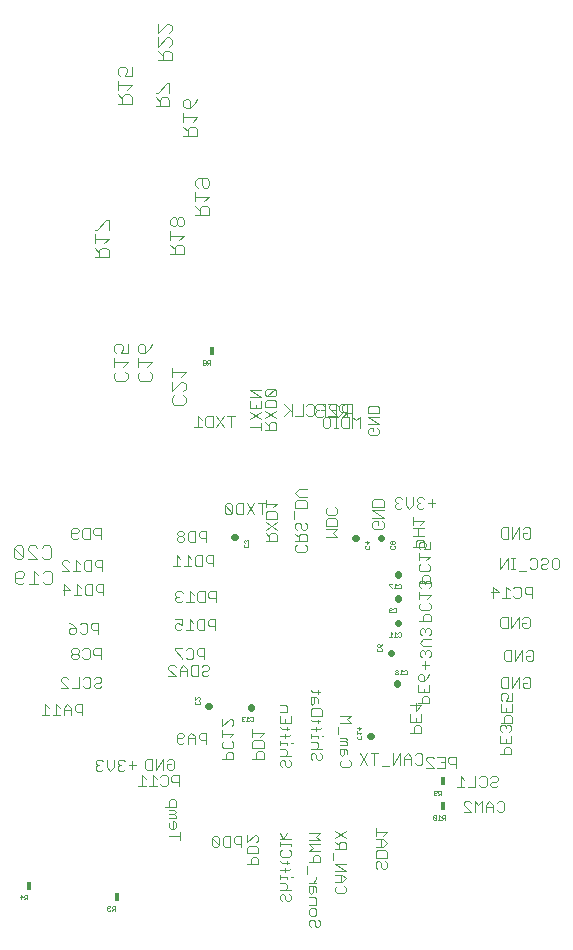
<source format=gbo>
G75*
%MOIN*%
%OFA0B0*%
%FSLAX25Y25*%
%IPPOS*%
%LPD*%
%AMOC8*
5,1,8,0,0,1.08239X$1,22.5*
%
%ADD10C,0.00300*%
%ADD11C,0.02200*%
%ADD12C,0.00100*%
%ADD13R,0.01800X0.03000*%
%ADD14C,0.00400*%
D10*
X0118523Y0131099D02*
X0120992Y0131099D01*
X0122206Y0131099D02*
X0124675Y0131099D01*
X0125890Y0131099D02*
X0125890Y0133568D01*
X0127124Y0134803D01*
X0128358Y0133568D01*
X0128358Y0131099D01*
X0128358Y0132951D02*
X0125890Y0132951D01*
X0124675Y0133568D02*
X0123441Y0134803D01*
X0123441Y0131099D01*
X0120992Y0133568D02*
X0119758Y0134803D01*
X0119758Y0131099D01*
X0129573Y0132951D02*
X0130190Y0132334D01*
X0132041Y0132334D01*
X0132041Y0131099D02*
X0132041Y0134803D01*
X0130190Y0134803D01*
X0129573Y0134185D01*
X0129573Y0132951D01*
X0128606Y0140161D02*
X0131075Y0140161D01*
X0131075Y0143865D01*
X0132289Y0143247D02*
X0132907Y0143865D01*
X0134141Y0143865D01*
X0134758Y0143247D01*
X0134758Y0140779D01*
X0134141Y0140161D01*
X0132907Y0140161D01*
X0132289Y0140779D01*
X0135973Y0140779D02*
X0136590Y0140161D01*
X0137824Y0140161D01*
X0138441Y0140779D01*
X0137824Y0142013D02*
X0136590Y0142013D01*
X0135973Y0141396D01*
X0135973Y0140779D01*
X0137824Y0142013D02*
X0138441Y0142630D01*
X0138441Y0143247D01*
X0137824Y0143865D01*
X0136590Y0143865D01*
X0135973Y0143247D01*
X0133882Y0149870D02*
X0132648Y0149870D01*
X0132030Y0150487D01*
X0130816Y0150487D02*
X0130199Y0149870D01*
X0128965Y0149870D01*
X0128347Y0150487D01*
X0128347Y0151105D01*
X0128965Y0151722D01*
X0130199Y0151722D01*
X0130816Y0152339D01*
X0130816Y0152956D01*
X0130199Y0153573D01*
X0128965Y0153573D01*
X0128347Y0152956D01*
X0128347Y0152339D01*
X0128965Y0151722D01*
X0130199Y0151722D02*
X0130816Y0151105D01*
X0130816Y0150487D01*
X0132030Y0152956D02*
X0132648Y0153573D01*
X0133882Y0153573D01*
X0134499Y0152956D01*
X0134499Y0150487D01*
X0133882Y0149870D01*
X0135714Y0151722D02*
X0136331Y0151105D01*
X0138182Y0151105D01*
X0138182Y0149870D02*
X0138182Y0153573D01*
X0136331Y0153573D01*
X0135714Y0152956D01*
X0135714Y0151722D01*
X0137341Y0158349D02*
X0137341Y0162052D01*
X0135489Y0162052D01*
X0134872Y0161435D01*
X0134872Y0160201D01*
X0135489Y0159583D01*
X0137341Y0159583D01*
X0133658Y0158966D02*
X0133041Y0158349D01*
X0131806Y0158349D01*
X0131189Y0158966D01*
X0129975Y0158966D02*
X0129358Y0158349D01*
X0128123Y0158349D01*
X0127506Y0158966D01*
X0127506Y0159583D01*
X0128123Y0160201D01*
X0129975Y0160201D01*
X0129975Y0158966D01*
X0129975Y0160201D02*
X0128740Y0161435D01*
X0127506Y0162052D01*
X0131189Y0161435D02*
X0131806Y0162052D01*
X0133041Y0162052D01*
X0133658Y0161435D01*
X0133658Y0158966D01*
X0133489Y0171100D02*
X0132872Y0171717D01*
X0132872Y0174186D01*
X0133489Y0174803D01*
X0135341Y0174803D01*
X0135341Y0171100D01*
X0133489Y0171100D01*
X0131658Y0171100D02*
X0129189Y0171100D01*
X0130423Y0171100D02*
X0130423Y0174803D01*
X0131658Y0173569D01*
X0127974Y0172951D02*
X0125506Y0172951D01*
X0126123Y0171100D02*
X0126123Y0174803D01*
X0127974Y0172951D01*
X0127672Y0179260D02*
X0125204Y0179260D01*
X0125204Y0181728D02*
X0125204Y0182345D01*
X0125821Y0182963D01*
X0127055Y0182963D01*
X0127672Y0182345D01*
X0130121Y0182963D02*
X0130121Y0179260D01*
X0128887Y0179260D02*
X0131356Y0179260D01*
X0132570Y0179877D02*
X0132570Y0182345D01*
X0133187Y0182963D01*
X0135039Y0182963D01*
X0135039Y0179260D01*
X0133187Y0179260D01*
X0132570Y0179877D01*
X0131356Y0181728D02*
X0130121Y0182963D01*
X0127672Y0179260D02*
X0125204Y0181728D01*
X0128965Y0189935D02*
X0128347Y0190552D01*
X0128347Y0193021D01*
X0128965Y0193638D01*
X0130199Y0193638D01*
X0130816Y0193021D01*
X0130816Y0192404D01*
X0130199Y0191786D01*
X0128347Y0191786D01*
X0128965Y0189935D02*
X0130199Y0189935D01*
X0130816Y0190552D01*
X0132030Y0190552D02*
X0132030Y0193021D01*
X0132648Y0193638D01*
X0134499Y0193638D01*
X0134499Y0189935D01*
X0132648Y0189935D01*
X0132030Y0190552D01*
X0135714Y0191786D02*
X0135714Y0193021D01*
X0136331Y0193638D01*
X0138182Y0193638D01*
X0138182Y0189935D01*
X0138182Y0191169D02*
X0136331Y0191169D01*
X0135714Y0191786D01*
X0136870Y0182963D02*
X0136253Y0182345D01*
X0136253Y0181111D01*
X0136870Y0180494D01*
X0138722Y0180494D01*
X0138722Y0179260D02*
X0138722Y0182963D01*
X0136870Y0182963D01*
X0137172Y0174803D02*
X0136555Y0174186D01*
X0136555Y0172951D01*
X0137172Y0172334D01*
X0139024Y0172334D01*
X0139024Y0171100D02*
X0139024Y0174803D01*
X0137172Y0174803D01*
X0162256Y0180735D02*
X0164725Y0180735D01*
X0165939Y0180735D02*
X0168408Y0180735D01*
X0167173Y0180735D02*
X0167173Y0184439D01*
X0168408Y0183204D01*
X0169622Y0183821D02*
X0170239Y0184439D01*
X0172091Y0184439D01*
X0172091Y0180735D01*
X0170239Y0180735D01*
X0169622Y0181353D01*
X0169622Y0183821D01*
X0173305Y0183821D02*
X0173305Y0182587D01*
X0173922Y0181970D01*
X0175774Y0181970D01*
X0175774Y0180735D02*
X0175774Y0184439D01*
X0173922Y0184439D01*
X0173305Y0183821D01*
X0173444Y0188969D02*
X0173444Y0192672D01*
X0171592Y0192672D01*
X0170975Y0192055D01*
X0170975Y0190821D01*
X0171592Y0190204D01*
X0173444Y0190204D01*
X0169761Y0188969D02*
X0169761Y0192672D01*
X0167909Y0192672D01*
X0167292Y0192055D01*
X0167292Y0189586D01*
X0167909Y0188969D01*
X0169761Y0188969D01*
X0166077Y0189586D02*
X0166077Y0190204D01*
X0165460Y0190821D01*
X0164226Y0190821D01*
X0163609Y0190204D01*
X0163609Y0189586D01*
X0164226Y0188969D01*
X0165460Y0188969D01*
X0166077Y0189586D01*
X0165460Y0190821D02*
X0166077Y0191438D01*
X0166077Y0192055D01*
X0165460Y0192672D01*
X0164226Y0192672D01*
X0163609Y0192055D01*
X0163609Y0191438D01*
X0164226Y0190821D01*
X0163490Y0184439D02*
X0163490Y0180735D01*
X0164725Y0183204D02*
X0163490Y0184439D01*
X0163650Y0172554D02*
X0163033Y0171937D01*
X0163033Y0171320D01*
X0163650Y0170702D01*
X0163033Y0170085D01*
X0163033Y0169468D01*
X0163650Y0168851D01*
X0164884Y0168851D01*
X0165501Y0169468D01*
X0166716Y0168851D02*
X0169185Y0168851D01*
X0167950Y0168851D02*
X0167950Y0172554D01*
X0169185Y0171320D01*
X0170399Y0171937D02*
X0171016Y0172554D01*
X0172868Y0172554D01*
X0172868Y0168851D01*
X0171016Y0168851D01*
X0170399Y0169468D01*
X0170399Y0171937D01*
X0174082Y0171937D02*
X0174082Y0170702D01*
X0174699Y0170085D01*
X0176551Y0170085D01*
X0176551Y0168851D02*
X0176551Y0172554D01*
X0174699Y0172554D01*
X0174082Y0171937D01*
X0165501Y0171937D02*
X0164884Y0172554D01*
X0163650Y0172554D01*
X0163650Y0170702D02*
X0164267Y0170702D01*
X0165346Y0163233D02*
X0162877Y0163233D01*
X0163494Y0161998D02*
X0162877Y0161381D01*
X0162877Y0160147D01*
X0163494Y0159530D01*
X0164729Y0159530D01*
X0165346Y0160147D01*
X0165346Y0161381D02*
X0164112Y0161998D01*
X0163494Y0161998D01*
X0165346Y0161381D02*
X0165346Y0163233D01*
X0167795Y0163233D02*
X0167795Y0159530D01*
X0169029Y0159530D02*
X0166560Y0159530D01*
X0169029Y0161998D02*
X0167795Y0163233D01*
X0170243Y0162615D02*
X0170861Y0163233D01*
X0172712Y0163233D01*
X0172712Y0159530D01*
X0170861Y0159530D01*
X0170243Y0160147D01*
X0170243Y0162615D01*
X0173927Y0162615D02*
X0173927Y0161381D01*
X0174544Y0160764D01*
X0176395Y0160764D01*
X0176395Y0159530D02*
X0176395Y0163233D01*
X0174544Y0163233D01*
X0173927Y0162615D01*
X0172745Y0153445D02*
X0170893Y0153445D01*
X0170276Y0152828D01*
X0170276Y0151594D01*
X0170893Y0150976D01*
X0172745Y0150976D01*
X0172745Y0149742D02*
X0172745Y0153445D01*
X0169061Y0152828D02*
X0169061Y0150359D01*
X0168444Y0149742D01*
X0167210Y0149742D01*
X0166593Y0150359D01*
X0165378Y0150359D02*
X0165378Y0149742D01*
X0165378Y0150359D02*
X0162910Y0152828D01*
X0162910Y0153445D01*
X0165378Y0153445D01*
X0166593Y0152828D02*
X0167210Y0153445D01*
X0168444Y0153445D01*
X0169061Y0152828D01*
X0168763Y0147852D02*
X0170615Y0147852D01*
X0170615Y0144149D01*
X0168763Y0144149D01*
X0168146Y0144766D01*
X0168146Y0147235D01*
X0168763Y0147852D01*
X0166932Y0146618D02*
X0166932Y0144149D01*
X0166932Y0146001D02*
X0164463Y0146001D01*
X0164463Y0146618D02*
X0164463Y0144149D01*
X0163249Y0144149D02*
X0160780Y0146618D01*
X0160780Y0147235D01*
X0161397Y0147852D01*
X0162631Y0147852D01*
X0163249Y0147235D01*
X0164463Y0146618D02*
X0165697Y0147852D01*
X0166932Y0146618D01*
X0163249Y0144149D02*
X0160780Y0144149D01*
X0171829Y0144766D02*
X0172447Y0144149D01*
X0173681Y0144149D01*
X0174298Y0144766D01*
X0173681Y0146001D02*
X0172447Y0146001D01*
X0171829Y0145384D01*
X0171829Y0144766D01*
X0173681Y0146001D02*
X0174298Y0146618D01*
X0174298Y0147235D01*
X0173681Y0147852D01*
X0172447Y0147852D01*
X0171829Y0147235D01*
X0178743Y0129926D02*
X0178743Y0127457D01*
X0181212Y0129926D01*
X0181829Y0129926D01*
X0182446Y0129308D01*
X0182446Y0128074D01*
X0181829Y0127457D01*
X0182446Y0125008D02*
X0178743Y0125008D01*
X0178743Y0123774D02*
X0178743Y0126242D01*
X0181212Y0123774D02*
X0182446Y0125008D01*
X0181829Y0122559D02*
X0182446Y0121942D01*
X0182446Y0120708D01*
X0181829Y0120091D01*
X0179360Y0120091D01*
X0178743Y0120708D01*
X0178743Y0121942D01*
X0179360Y0122559D01*
X0180594Y0118876D02*
X0179977Y0118259D01*
X0179977Y0116407D01*
X0178743Y0116407D02*
X0182446Y0116407D01*
X0182446Y0118259D01*
X0181829Y0118876D01*
X0180594Y0118876D01*
X0173366Y0121623D02*
X0173366Y0125326D01*
X0171514Y0125326D01*
X0170897Y0124709D01*
X0170897Y0123474D01*
X0171514Y0122857D01*
X0173366Y0122857D01*
X0169683Y0123474D02*
X0167214Y0123474D01*
X0167214Y0124092D02*
X0167214Y0121623D01*
X0166000Y0122240D02*
X0165383Y0121623D01*
X0164148Y0121623D01*
X0163531Y0122240D01*
X0163531Y0124709D01*
X0164148Y0125326D01*
X0165383Y0125326D01*
X0166000Y0124709D01*
X0166000Y0124092D01*
X0165383Y0123474D01*
X0163531Y0123474D01*
X0167214Y0124092D02*
X0168448Y0125326D01*
X0169683Y0124092D01*
X0169683Y0121623D01*
X0162724Y0116009D02*
X0162724Y0113540D01*
X0162107Y0112923D01*
X0160873Y0112923D01*
X0160255Y0113540D01*
X0160255Y0114775D01*
X0161490Y0114775D01*
X0162724Y0116009D02*
X0162107Y0116626D01*
X0160873Y0116626D01*
X0160255Y0116009D01*
X0159041Y0116626D02*
X0156572Y0112923D01*
X0156572Y0116626D01*
X0155358Y0116626D02*
X0153506Y0116626D01*
X0152889Y0116009D01*
X0152889Y0113540D01*
X0153506Y0112923D01*
X0155358Y0112923D01*
X0155358Y0116626D01*
X0159041Y0116626D02*
X0159041Y0112923D01*
X0158668Y0111243D02*
X0159902Y0111243D01*
X0160520Y0110626D01*
X0160520Y0108157D01*
X0159902Y0107540D01*
X0158668Y0107540D01*
X0158051Y0108157D01*
X0156837Y0107540D02*
X0154368Y0107540D01*
X0153153Y0107540D02*
X0150685Y0107540D01*
X0151919Y0107540D02*
X0151919Y0111243D01*
X0153153Y0110009D01*
X0155602Y0111243D02*
X0155602Y0107540D01*
X0156837Y0110009D02*
X0155602Y0111243D01*
X0158051Y0110626D02*
X0158668Y0111243D01*
X0161734Y0110626D02*
X0161734Y0109392D01*
X0162351Y0108774D01*
X0164203Y0108774D01*
X0164203Y0107540D02*
X0164203Y0111243D01*
X0162351Y0111243D01*
X0161734Y0110626D01*
X0161560Y0103130D02*
X0160943Y0102512D01*
X0160943Y0100661D01*
X0160943Y0099446D02*
X0162794Y0099446D01*
X0163412Y0098829D01*
X0162794Y0098212D01*
X0160943Y0098212D01*
X0160943Y0096978D02*
X0163412Y0096978D01*
X0163412Y0097595D01*
X0162794Y0098212D01*
X0162794Y0095763D02*
X0162177Y0095763D01*
X0162177Y0093294D01*
X0161560Y0093294D02*
X0162794Y0093294D01*
X0163412Y0093912D01*
X0163412Y0095146D01*
X0162794Y0095763D01*
X0160943Y0095146D02*
X0160943Y0093912D01*
X0161560Y0093294D01*
X0160943Y0090846D02*
X0164646Y0090846D01*
X0164646Y0092080D02*
X0164646Y0089611D01*
X0175191Y0090251D02*
X0177660Y0087782D01*
X0177043Y0087165D01*
X0175808Y0087165D01*
X0175191Y0087782D01*
X0175191Y0090251D01*
X0175808Y0090868D01*
X0177043Y0090868D01*
X0177660Y0090251D01*
X0177660Y0087782D01*
X0178874Y0087782D02*
X0178874Y0090251D01*
X0179491Y0090868D01*
X0181343Y0090868D01*
X0181343Y0087165D01*
X0179491Y0087165D01*
X0178874Y0087782D01*
X0182557Y0089016D02*
X0183174Y0088399D01*
X0185026Y0088399D01*
X0185026Y0087165D02*
X0185026Y0090868D01*
X0183174Y0090868D01*
X0182557Y0090251D01*
X0182557Y0089016D01*
X0187041Y0088776D02*
X0189510Y0091245D01*
X0190127Y0091245D01*
X0190744Y0090628D01*
X0190744Y0089393D01*
X0190127Y0088776D01*
X0190127Y0087562D02*
X0190744Y0086944D01*
X0190744Y0085093D01*
X0187041Y0085093D01*
X0187041Y0086944D01*
X0187658Y0087562D01*
X0190127Y0087562D01*
X0187041Y0088776D02*
X0187041Y0091245D01*
X0188893Y0083879D02*
X0188275Y0083261D01*
X0188275Y0081410D01*
X0187041Y0081410D02*
X0190744Y0081410D01*
X0190744Y0083261D01*
X0190127Y0083879D01*
X0188893Y0083879D01*
X0197850Y0084516D02*
X0197850Y0085750D01*
X0198468Y0086367D01*
X0197850Y0087582D02*
X0197850Y0088816D01*
X0197850Y0088199D02*
X0201554Y0088199D01*
X0201554Y0087582D01*
X0200936Y0086367D02*
X0201554Y0085750D01*
X0201554Y0084516D01*
X0200936Y0083899D01*
X0198468Y0083899D01*
X0197850Y0084516D01*
X0197850Y0082677D02*
X0198468Y0082060D01*
X0200936Y0082060D01*
X0200319Y0081443D02*
X0200319Y0082677D01*
X0199702Y0080222D02*
X0199702Y0078988D01*
X0200936Y0079605D02*
X0201554Y0080222D01*
X0200936Y0079605D02*
X0197850Y0079605D01*
X0197850Y0077767D02*
X0197850Y0076532D01*
X0197850Y0077149D02*
X0200319Y0077149D01*
X0200319Y0076532D01*
X0199702Y0075318D02*
X0197850Y0075318D01*
X0199702Y0075318D02*
X0200319Y0074701D01*
X0200319Y0073466D01*
X0199702Y0072849D01*
X0199085Y0071635D02*
X0198468Y0071635D01*
X0197850Y0071018D01*
X0197850Y0069783D01*
X0198468Y0069166D01*
X0199702Y0069783D02*
X0199702Y0071018D01*
X0199085Y0071635D01*
X0197850Y0072849D02*
X0201554Y0072849D01*
X0200936Y0071635D02*
X0201554Y0071018D01*
X0201554Y0069783D01*
X0200936Y0069166D01*
X0200319Y0069166D01*
X0199702Y0069783D01*
X0201554Y0077149D02*
X0202171Y0077149D01*
X0207012Y0078393D02*
X0207012Y0080862D01*
X0207630Y0082076D02*
X0211333Y0082076D01*
X0211333Y0083928D01*
X0210716Y0084545D01*
X0209481Y0084545D01*
X0208864Y0083928D01*
X0208864Y0082076D01*
X0207630Y0085759D02*
X0208864Y0086994D01*
X0207630Y0088228D01*
X0211333Y0088228D01*
X0211333Y0089442D02*
X0210098Y0090677D01*
X0211333Y0091911D01*
X0207630Y0091911D01*
X0207630Y0089442D02*
X0211333Y0089442D01*
X0211333Y0085759D02*
X0207630Y0085759D01*
X0201554Y0090037D02*
X0197850Y0090037D01*
X0199085Y0090037D02*
X0197850Y0091889D01*
X0199085Y0090037D02*
X0200319Y0091889D01*
X0210098Y0077175D02*
X0210098Y0076558D01*
X0208864Y0075324D01*
X0208864Y0074109D02*
X0208864Y0072258D01*
X0208247Y0071641D01*
X0207630Y0072258D01*
X0207630Y0074109D01*
X0209481Y0074109D01*
X0210098Y0073492D01*
X0210098Y0072258D01*
X0209481Y0070426D02*
X0207630Y0070426D01*
X0209481Y0070426D02*
X0210098Y0069809D01*
X0210098Y0067957D01*
X0207630Y0067957D01*
X0208247Y0066743D02*
X0209481Y0066743D01*
X0210098Y0066126D01*
X0210098Y0064891D01*
X0209481Y0064274D01*
X0208247Y0064274D01*
X0207630Y0064891D01*
X0207630Y0066126D01*
X0208247Y0066743D01*
X0208247Y0063060D02*
X0207630Y0062443D01*
X0207630Y0061208D01*
X0208247Y0060591D01*
X0209481Y0061208D02*
X0209481Y0062443D01*
X0208864Y0063060D01*
X0208247Y0063060D01*
X0209481Y0061208D02*
X0210098Y0060591D01*
X0210716Y0060591D01*
X0211333Y0061208D01*
X0211333Y0062443D01*
X0210716Y0063060D01*
X0216931Y0071836D02*
X0216314Y0072453D01*
X0216314Y0073687D01*
X0216931Y0074304D01*
X0216314Y0075519D02*
X0218782Y0075519D01*
X0220017Y0076753D01*
X0218782Y0077988D01*
X0216314Y0077988D01*
X0216314Y0079202D02*
X0220017Y0079202D01*
X0216314Y0081671D01*
X0220017Y0081671D01*
X0218165Y0077988D02*
X0218165Y0075519D01*
X0219400Y0074304D02*
X0220017Y0073687D01*
X0220017Y0072453D01*
X0219400Y0071836D01*
X0216931Y0071836D01*
X0210098Y0075324D02*
X0207630Y0075324D01*
X0215696Y0082885D02*
X0215696Y0085354D01*
X0216314Y0086568D02*
X0220017Y0086568D01*
X0220017Y0088420D01*
X0219400Y0089037D01*
X0218165Y0089037D01*
X0217548Y0088420D01*
X0217548Y0086568D01*
X0217548Y0087803D02*
X0216314Y0089037D01*
X0216314Y0090251D02*
X0220017Y0092720D01*
X0220017Y0090251D02*
X0216314Y0092720D01*
X0229798Y0092241D02*
X0233501Y0092241D01*
X0232267Y0091007D01*
X0232267Y0089792D02*
X0229798Y0089792D01*
X0229798Y0091007D02*
X0229798Y0093475D01*
X0231650Y0089792D02*
X0231650Y0087323D01*
X0232267Y0087323D02*
X0233501Y0088558D01*
X0232267Y0089792D01*
X0232267Y0087323D02*
X0229798Y0087323D01*
X0230415Y0086109D02*
X0232884Y0086109D01*
X0233501Y0085492D01*
X0233501Y0083640D01*
X0229798Y0083640D01*
X0229798Y0085492D01*
X0230415Y0086109D01*
X0230415Y0082426D02*
X0229798Y0081809D01*
X0229798Y0080574D01*
X0230415Y0079957D01*
X0231650Y0080574D02*
X0231650Y0081809D01*
X0231032Y0082426D01*
X0230415Y0082426D01*
X0231650Y0080574D02*
X0232267Y0079957D01*
X0232884Y0079957D01*
X0233501Y0080574D01*
X0233501Y0081809D01*
X0232884Y0082426D01*
X0256967Y0107152D02*
X0259436Y0107152D01*
X0260650Y0107152D02*
X0263119Y0107152D01*
X0263119Y0110855D01*
X0264333Y0110238D02*
X0264950Y0110855D01*
X0266185Y0110855D01*
X0266802Y0110238D01*
X0266802Y0107769D01*
X0266185Y0107152D01*
X0264950Y0107152D01*
X0264333Y0107769D01*
X0268016Y0107769D02*
X0268016Y0108386D01*
X0268633Y0109003D01*
X0269868Y0109003D01*
X0270485Y0109620D01*
X0270485Y0110238D01*
X0269868Y0110855D01*
X0268633Y0110855D01*
X0268016Y0110238D01*
X0268016Y0107769D02*
X0268633Y0107152D01*
X0269868Y0107152D01*
X0270485Y0107769D01*
X0270834Y0102505D02*
X0270217Y0101888D01*
X0270834Y0102505D02*
X0272069Y0102505D01*
X0272686Y0101888D01*
X0272686Y0099419D01*
X0272069Y0098802D01*
X0270834Y0098802D01*
X0270217Y0099419D01*
X0269003Y0098802D02*
X0269003Y0101271D01*
X0267768Y0102505D01*
X0266534Y0101271D01*
X0266534Y0098802D01*
X0265319Y0098802D02*
X0265319Y0102505D01*
X0264085Y0101271D01*
X0262851Y0102505D01*
X0262851Y0098802D01*
X0261636Y0098802D02*
X0259167Y0101271D01*
X0259167Y0101888D01*
X0259785Y0102505D01*
X0261019Y0102505D01*
X0261636Y0101888D01*
X0261636Y0098802D02*
X0259167Y0098802D01*
X0266534Y0100654D02*
X0269003Y0100654D01*
X0259436Y0109620D02*
X0258201Y0110855D01*
X0258201Y0107152D01*
X0256583Y0113675D02*
X0256583Y0117378D01*
X0254732Y0117378D01*
X0254115Y0116761D01*
X0254115Y0115527D01*
X0254732Y0114909D01*
X0256583Y0114909D01*
X0252900Y0115527D02*
X0251666Y0115527D01*
X0252900Y0117378D02*
X0252900Y0113675D01*
X0250432Y0113675D01*
X0249217Y0113675D02*
X0246748Y0116144D01*
X0246748Y0116761D01*
X0247366Y0117378D01*
X0248600Y0117378D01*
X0249217Y0116761D01*
X0250432Y0117378D02*
X0252900Y0117378D01*
X0249217Y0113675D02*
X0246748Y0113675D01*
X0245418Y0115317D02*
X0244801Y0114700D01*
X0243567Y0114700D01*
X0242950Y0115317D01*
X0241735Y0114700D02*
X0241735Y0117169D01*
X0240501Y0118403D01*
X0239266Y0117169D01*
X0239266Y0114700D01*
X0238052Y0114700D02*
X0238052Y0118403D01*
X0235583Y0114700D01*
X0235583Y0118403D01*
X0239266Y0116551D02*
X0241735Y0116551D01*
X0242950Y0117786D02*
X0243567Y0118403D01*
X0244801Y0118403D01*
X0245418Y0117786D01*
X0245418Y0115317D01*
X0245028Y0125313D02*
X0241325Y0125313D01*
X0242559Y0125313D02*
X0242559Y0127165D01*
X0243176Y0127782D01*
X0244411Y0127782D01*
X0245028Y0127165D01*
X0245028Y0125313D01*
X0245028Y0128996D02*
X0241325Y0128996D01*
X0241325Y0131465D01*
X0243176Y0132679D02*
X0243176Y0135148D01*
X0243947Y0135088D02*
X0247650Y0135088D01*
X0247650Y0136940D01*
X0247033Y0137557D01*
X0245798Y0137557D01*
X0245181Y0136940D01*
X0245181Y0135088D01*
X0245028Y0134531D02*
X0241325Y0134531D01*
X0243176Y0132679D02*
X0245028Y0134531D01*
X0245028Y0131465D02*
X0245028Y0128996D01*
X0243176Y0128996D02*
X0243176Y0130231D01*
X0243947Y0138771D02*
X0243947Y0141240D01*
X0244564Y0142454D02*
X0243947Y0143072D01*
X0243947Y0144306D01*
X0244564Y0144923D01*
X0245181Y0144923D01*
X0245798Y0144306D01*
X0245798Y0142454D01*
X0244564Y0142454D01*
X0245798Y0142454D02*
X0247033Y0143689D01*
X0247650Y0144923D01*
X0246368Y0146733D02*
X0246368Y0149202D01*
X0247602Y0150417D02*
X0248219Y0151034D01*
X0248219Y0152268D01*
X0247602Y0152885D01*
X0246985Y0152885D01*
X0246368Y0152268D01*
X0245750Y0152885D01*
X0245133Y0152885D01*
X0244516Y0152268D01*
X0244516Y0151034D01*
X0245133Y0150417D01*
X0246368Y0151651D02*
X0246368Y0152268D01*
X0245750Y0154100D02*
X0244516Y0155334D01*
X0245750Y0156568D01*
X0248219Y0156568D01*
X0247602Y0157783D02*
X0248219Y0158400D01*
X0248219Y0159634D01*
X0247602Y0160252D01*
X0246985Y0160252D01*
X0246368Y0159634D01*
X0245750Y0160252D01*
X0245133Y0160252D01*
X0244516Y0159634D01*
X0244516Y0158400D01*
X0245133Y0157783D01*
X0246368Y0159017D02*
X0246368Y0159634D01*
X0245660Y0162504D02*
X0245660Y0164356D01*
X0246278Y0164973D01*
X0247512Y0164973D01*
X0248129Y0164356D01*
X0248129Y0162504D01*
X0244426Y0162504D01*
X0245043Y0166187D02*
X0244426Y0166805D01*
X0244426Y0168039D01*
X0245043Y0168656D01*
X0244426Y0169870D02*
X0244426Y0172339D01*
X0244426Y0171105D02*
X0248129Y0171105D01*
X0246895Y0169870D01*
X0247512Y0168656D02*
X0248129Y0168039D01*
X0248129Y0166805D01*
X0247512Y0166187D01*
X0245043Y0166187D01*
X0245043Y0173554D02*
X0244426Y0174171D01*
X0244426Y0175405D01*
X0245043Y0176022D01*
X0245660Y0176022D01*
X0246278Y0175405D01*
X0246278Y0174788D01*
X0246278Y0175405D02*
X0246895Y0176022D01*
X0247512Y0176022D01*
X0248129Y0175405D01*
X0248129Y0174171D01*
X0247512Y0173554D01*
X0247876Y0175388D02*
X0247876Y0177239D01*
X0247259Y0177857D01*
X0246024Y0177857D01*
X0245407Y0177239D01*
X0245407Y0175388D01*
X0244173Y0175388D02*
X0247876Y0175388D01*
X0247259Y0179071D02*
X0244790Y0179071D01*
X0244173Y0179688D01*
X0244173Y0180923D01*
X0244790Y0181540D01*
X0244173Y0182754D02*
X0244173Y0185223D01*
X0244173Y0183988D02*
X0247876Y0183988D01*
X0246641Y0182754D01*
X0247259Y0181540D02*
X0247876Y0180923D01*
X0247876Y0179688D01*
X0247259Y0179071D01*
X0247876Y0186437D02*
X0246024Y0186437D01*
X0246641Y0187672D01*
X0246641Y0188289D01*
X0246024Y0188906D01*
X0244790Y0188906D01*
X0244173Y0188289D01*
X0244173Y0187054D01*
X0244790Y0186437D01*
X0245881Y0187260D02*
X0245881Y0189112D01*
X0245264Y0189729D01*
X0244029Y0189729D01*
X0243412Y0189112D01*
X0243412Y0187260D01*
X0242178Y0187260D02*
X0245881Y0187260D01*
X0247876Y0186437D02*
X0247876Y0188906D01*
X0245881Y0190943D02*
X0242178Y0190943D01*
X0244029Y0190943D02*
X0244029Y0193412D01*
X0244646Y0194627D02*
X0245881Y0195861D01*
X0242178Y0195861D01*
X0242178Y0194627D02*
X0242178Y0197095D01*
X0241096Y0200039D02*
X0239862Y0201273D01*
X0239862Y0203742D01*
X0238647Y0203125D02*
X0238030Y0203742D01*
X0236796Y0203742D01*
X0236179Y0203125D01*
X0236179Y0202507D01*
X0236796Y0201890D01*
X0236179Y0201273D01*
X0236179Y0200656D01*
X0236796Y0200039D01*
X0238030Y0200039D01*
X0238647Y0200656D01*
X0237413Y0201890D02*
X0236796Y0201890D01*
X0232482Y0202518D02*
X0232482Y0200666D01*
X0228779Y0200666D01*
X0228779Y0202518D01*
X0229396Y0203135D01*
X0231865Y0203135D01*
X0232482Y0202518D01*
X0232482Y0199452D02*
X0228779Y0199452D01*
X0232482Y0196983D01*
X0228779Y0196983D01*
X0229396Y0195769D02*
X0230630Y0195769D01*
X0230630Y0194534D01*
X0229396Y0193300D02*
X0228779Y0193917D01*
X0228779Y0195152D01*
X0229396Y0195769D01*
X0231865Y0195769D02*
X0232482Y0195152D01*
X0232482Y0193917D01*
X0231865Y0193300D01*
X0229396Y0193300D01*
X0216984Y0193166D02*
X0215750Y0191931D01*
X0216984Y0190697D01*
X0213281Y0190697D01*
X0213281Y0193166D02*
X0216984Y0193166D01*
X0216984Y0194380D02*
X0216984Y0196232D01*
X0216367Y0196849D01*
X0213898Y0196849D01*
X0213281Y0196232D01*
X0213281Y0194380D01*
X0216984Y0194380D01*
X0216367Y0198063D02*
X0213898Y0198063D01*
X0213281Y0198681D01*
X0213281Y0199915D01*
X0213898Y0200532D01*
X0216367Y0200532D02*
X0216984Y0199915D01*
X0216984Y0198681D01*
X0216367Y0198063D01*
X0206803Y0200283D02*
X0206803Y0202135D01*
X0206186Y0202752D01*
X0203717Y0202752D01*
X0203100Y0202135D01*
X0203100Y0200283D01*
X0206803Y0200283D01*
X0206803Y0203966D02*
X0204335Y0203966D01*
X0203100Y0205201D01*
X0204335Y0206435D01*
X0206803Y0206435D01*
X0202483Y0199069D02*
X0202483Y0196600D01*
X0203717Y0195385D02*
X0203100Y0194768D01*
X0203100Y0193534D01*
X0203717Y0192917D01*
X0203100Y0191702D02*
X0204335Y0190468D01*
X0204335Y0191085D02*
X0204335Y0189234D01*
X0203100Y0189234D02*
X0206803Y0189234D01*
X0206803Y0191085D01*
X0206186Y0191702D01*
X0204952Y0191702D01*
X0204335Y0191085D01*
X0205569Y0192917D02*
X0204952Y0193534D01*
X0204952Y0194768D01*
X0204335Y0195385D01*
X0203717Y0195385D01*
X0206186Y0195385D02*
X0206803Y0194768D01*
X0206803Y0193534D01*
X0206186Y0192917D01*
X0205569Y0192917D01*
X0206186Y0188019D02*
X0206803Y0187402D01*
X0206803Y0186168D01*
X0206186Y0185550D01*
X0203717Y0185550D01*
X0203100Y0186168D01*
X0203100Y0187402D01*
X0203717Y0188019D01*
X0196846Y0189355D02*
X0196846Y0191206D01*
X0196229Y0191823D01*
X0194995Y0191823D01*
X0194378Y0191206D01*
X0194378Y0189355D01*
X0194378Y0190589D02*
X0193143Y0191823D01*
X0193143Y0193038D02*
X0196846Y0195506D01*
X0196846Y0196721D02*
X0193143Y0196721D01*
X0193143Y0198572D01*
X0193760Y0199190D01*
X0196229Y0199190D01*
X0196846Y0198572D01*
X0196846Y0196721D01*
X0196846Y0193038D02*
X0193143Y0195506D01*
X0191798Y0198109D02*
X0191798Y0201812D01*
X0193032Y0201812D02*
X0190563Y0201812D01*
X0189349Y0201812D02*
X0186880Y0198109D01*
X0185666Y0198109D02*
X0183814Y0198109D01*
X0183197Y0198726D01*
X0183197Y0201195D01*
X0183814Y0201812D01*
X0185666Y0201812D01*
X0185666Y0198109D01*
X0189349Y0198109D02*
X0186880Y0201812D01*
X0181983Y0201195D02*
X0181983Y0198726D01*
X0179514Y0201195D01*
X0179514Y0198726D01*
X0180131Y0198109D01*
X0181365Y0198109D01*
X0181983Y0198726D01*
X0181983Y0201195D02*
X0181365Y0201812D01*
X0180131Y0201812D01*
X0179514Y0201195D01*
X0193143Y0201638D02*
X0196846Y0201638D01*
X0195612Y0200404D01*
X0193143Y0200404D02*
X0193143Y0202873D01*
X0193143Y0189355D02*
X0196846Y0189355D01*
X0196764Y0226400D02*
X0193061Y0226400D01*
X0194295Y0226400D02*
X0194295Y0228251D01*
X0194912Y0228868D01*
X0196147Y0228868D01*
X0196764Y0228251D01*
X0196764Y0226400D01*
X0194295Y0227634D02*
X0193061Y0228868D01*
X0193061Y0230083D02*
X0196764Y0232552D01*
X0196764Y0233766D02*
X0196764Y0235618D01*
X0196147Y0236235D01*
X0193678Y0236235D01*
X0193061Y0235618D01*
X0193061Y0233766D01*
X0196764Y0233766D01*
X0199359Y0234735D02*
X0201828Y0232266D01*
X0201211Y0232883D02*
X0199359Y0231032D01*
X0201828Y0231032D02*
X0201828Y0234735D01*
X0205511Y0234735D02*
X0205511Y0231032D01*
X0203043Y0231032D01*
X0206726Y0231649D02*
X0207343Y0231032D01*
X0208577Y0231032D01*
X0209195Y0231649D01*
X0209195Y0234118D01*
X0208577Y0234735D01*
X0207343Y0234735D01*
X0206726Y0234118D01*
X0210409Y0234735D02*
X0212878Y0234735D01*
X0212878Y0231032D01*
X0212882Y0230657D02*
X0212265Y0230039D01*
X0212265Y0227571D01*
X0212882Y0226954D01*
X0214117Y0226954D01*
X0214734Y0227571D01*
X0214734Y0230039D01*
X0214117Y0230657D01*
X0212882Y0230657D01*
X0214092Y0231032D02*
X0216561Y0231032D01*
X0216561Y0234735D01*
X0214092Y0234735D01*
X0212878Y0232883D02*
X0211643Y0232883D01*
X0215326Y0232883D02*
X0216561Y0232883D01*
X0217775Y0232883D02*
X0218392Y0232266D01*
X0220244Y0232266D01*
X0220244Y0231032D02*
X0220244Y0234735D01*
X0218392Y0234735D01*
X0217775Y0234118D01*
X0217775Y0232883D01*
X0219010Y0232266D02*
X0217775Y0231032D01*
X0217189Y0230657D02*
X0215955Y0230657D01*
X0216572Y0230657D02*
X0216572Y0226954D01*
X0217189Y0226954D02*
X0215955Y0226954D01*
X0218404Y0227571D02*
X0218404Y0230039D01*
X0219021Y0230657D01*
X0220872Y0230657D01*
X0220872Y0226954D01*
X0219021Y0226954D01*
X0218404Y0227571D01*
X0222087Y0226954D02*
X0222087Y0230657D01*
X0223321Y0229422D01*
X0224555Y0230657D01*
X0224555Y0226954D01*
X0227186Y0226397D02*
X0227803Y0227014D01*
X0229037Y0227014D01*
X0229037Y0225780D01*
X0227803Y0224545D02*
X0227186Y0225163D01*
X0227186Y0226397D01*
X0227186Y0228229D02*
X0230889Y0228229D01*
X0227186Y0230697D01*
X0230889Y0230697D01*
X0230889Y0231912D02*
X0227186Y0231912D01*
X0227186Y0233763D01*
X0227803Y0234381D01*
X0230272Y0234381D01*
X0230889Y0233763D01*
X0230889Y0231912D01*
X0230272Y0227014D02*
X0230889Y0226397D01*
X0230889Y0225163D01*
X0230272Y0224545D01*
X0227803Y0224545D01*
X0242331Y0203742D02*
X0242331Y0201273D01*
X0241096Y0200039D01*
X0243545Y0200656D02*
X0244162Y0200039D01*
X0245397Y0200039D01*
X0246014Y0200656D01*
X0247228Y0201890D02*
X0249697Y0201890D01*
X0248462Y0200656D02*
X0248462Y0203125D01*
X0246014Y0203125D02*
X0245397Y0203742D01*
X0244162Y0203742D01*
X0243545Y0203125D01*
X0243545Y0202507D01*
X0244162Y0201890D01*
X0243545Y0201273D01*
X0243545Y0200656D01*
X0244162Y0201890D02*
X0244779Y0201890D01*
X0245881Y0193412D02*
X0242178Y0193412D01*
X0269033Y0174065D02*
X0269033Y0170362D01*
X0268416Y0172213D02*
X0270885Y0172213D01*
X0269033Y0174065D01*
X0273334Y0174065D02*
X0273334Y0170362D01*
X0274568Y0170362D02*
X0272099Y0170362D01*
X0274568Y0172831D02*
X0273334Y0174065D01*
X0275782Y0173448D02*
X0276400Y0174065D01*
X0277634Y0174065D01*
X0278251Y0173448D01*
X0278251Y0170979D01*
X0277634Y0170362D01*
X0276400Y0170362D01*
X0275782Y0170979D01*
X0279466Y0172213D02*
X0279466Y0173448D01*
X0280083Y0174065D01*
X0281934Y0174065D01*
X0281934Y0170362D01*
X0281934Y0171596D02*
X0280083Y0171596D01*
X0279466Y0172213D01*
X0279944Y0179175D02*
X0277475Y0179175D01*
X0276261Y0179792D02*
X0275026Y0179792D01*
X0275643Y0179792D02*
X0275643Y0183495D01*
X0275026Y0183495D02*
X0276261Y0183495D01*
X0273805Y0183495D02*
X0271336Y0179792D01*
X0271336Y0183495D01*
X0273805Y0183495D02*
X0273805Y0179792D01*
X0281158Y0180409D02*
X0281775Y0179792D01*
X0283010Y0179792D01*
X0283627Y0180409D01*
X0283627Y0182878D01*
X0283010Y0183495D01*
X0281775Y0183495D01*
X0281158Y0182878D01*
X0284841Y0182878D02*
X0285458Y0183495D01*
X0286693Y0183495D01*
X0287310Y0182878D01*
X0287310Y0182261D01*
X0286693Y0181643D01*
X0285458Y0181643D01*
X0284841Y0181026D01*
X0284841Y0180409D01*
X0285458Y0179792D01*
X0286693Y0179792D01*
X0287310Y0180409D01*
X0288524Y0180409D02*
X0288524Y0182878D01*
X0289142Y0183495D01*
X0290376Y0183495D01*
X0290993Y0182878D01*
X0290993Y0180409D01*
X0290376Y0179792D01*
X0289142Y0179792D01*
X0288524Y0180409D01*
X0280805Y0190054D02*
X0279571Y0190054D01*
X0278953Y0190671D01*
X0278953Y0191905D01*
X0280188Y0191905D01*
X0281422Y0190671D02*
X0280805Y0190054D01*
X0281422Y0190671D02*
X0281422Y0193140D01*
X0280805Y0193757D01*
X0279571Y0193757D01*
X0278953Y0193140D01*
X0277739Y0193757D02*
X0275270Y0190054D01*
X0275270Y0193757D01*
X0274056Y0193757D02*
X0274056Y0190054D01*
X0272204Y0190054D01*
X0271587Y0190671D01*
X0271587Y0193140D01*
X0272204Y0193757D01*
X0274056Y0193757D01*
X0277739Y0193757D02*
X0277739Y0190054D01*
X0277502Y0163847D02*
X0275033Y0160143D01*
X0275033Y0163847D01*
X0273819Y0163847D02*
X0273819Y0160143D01*
X0271967Y0160143D01*
X0271350Y0160761D01*
X0271350Y0163229D01*
X0271967Y0163847D01*
X0273819Y0163847D01*
X0277502Y0163847D02*
X0277502Y0160143D01*
X0278716Y0160761D02*
X0278716Y0161995D01*
X0279951Y0161995D01*
X0281185Y0163229D02*
X0281185Y0160761D01*
X0280568Y0160143D01*
X0279333Y0160143D01*
X0278716Y0160761D01*
X0278716Y0163229D02*
X0279333Y0163847D01*
X0280568Y0163847D01*
X0281185Y0163229D01*
X0280593Y0152863D02*
X0281827Y0152863D01*
X0282445Y0152246D01*
X0282445Y0149777D01*
X0281827Y0149160D01*
X0280593Y0149160D01*
X0279976Y0149777D01*
X0279976Y0151011D01*
X0281210Y0151011D01*
X0279976Y0152246D02*
X0280593Y0152863D01*
X0278761Y0152863D02*
X0276293Y0149160D01*
X0276293Y0152863D01*
X0275078Y0152863D02*
X0273227Y0152863D01*
X0272609Y0152246D01*
X0272609Y0149777D01*
X0273227Y0149160D01*
X0275078Y0149160D01*
X0275078Y0152863D01*
X0278761Y0152863D02*
X0278761Y0149160D01*
X0279583Y0143775D02*
X0280818Y0143775D01*
X0281435Y0143158D01*
X0281435Y0140689D01*
X0280818Y0140072D01*
X0279583Y0140072D01*
X0278966Y0140689D01*
X0278966Y0141923D01*
X0280200Y0141923D01*
X0278966Y0143158D02*
X0279583Y0143775D01*
X0277752Y0143775D02*
X0275283Y0140072D01*
X0275283Y0143775D01*
X0274068Y0143775D02*
X0274068Y0140072D01*
X0272217Y0140072D01*
X0271600Y0140689D01*
X0271600Y0143158D01*
X0272217Y0143775D01*
X0274068Y0143775D01*
X0277752Y0143775D02*
X0277752Y0140072D01*
X0275165Y0138527D02*
X0275165Y0136058D01*
X0273314Y0136058D01*
X0273931Y0137292D01*
X0273931Y0137909D01*
X0273314Y0138527D01*
X0272079Y0138527D01*
X0271462Y0137909D01*
X0271462Y0136675D01*
X0272079Y0136058D01*
X0271462Y0134843D02*
X0271462Y0132375D01*
X0275165Y0132375D01*
X0275165Y0134843D01*
X0273314Y0133609D02*
X0273314Y0132375D01*
X0273314Y0131160D02*
X0272696Y0130543D01*
X0272696Y0128691D01*
X0272541Y0128040D02*
X0271924Y0128040D01*
X0271307Y0127423D01*
X0271307Y0126189D01*
X0271924Y0125571D01*
X0271307Y0124357D02*
X0271307Y0121888D01*
X0275010Y0121888D01*
X0275010Y0124357D01*
X0274393Y0125571D02*
X0275010Y0126189D01*
X0275010Y0127423D01*
X0274393Y0128040D01*
X0273775Y0128040D01*
X0273158Y0127423D01*
X0272541Y0128040D01*
X0273158Y0127423D02*
X0273158Y0126806D01*
X0271462Y0128691D02*
X0275165Y0128691D01*
X0275165Y0130543D01*
X0274548Y0131160D01*
X0273314Y0131160D01*
X0273158Y0123123D02*
X0273158Y0121888D01*
X0273158Y0120674D02*
X0272541Y0120057D01*
X0272541Y0118205D01*
X0271307Y0118205D02*
X0275010Y0118205D01*
X0275010Y0120057D01*
X0274393Y0120674D01*
X0273158Y0120674D01*
X0247650Y0138771D02*
X0243947Y0138771D01*
X0245798Y0138771D02*
X0245798Y0140006D01*
X0247650Y0141240D02*
X0247650Y0138771D01*
X0247602Y0147968D02*
X0245133Y0147968D01*
X0245750Y0154100D02*
X0248219Y0154100D01*
X0221671Y0131020D02*
X0220436Y0129785D01*
X0221671Y0128551D01*
X0217967Y0128551D01*
X0217350Y0127337D02*
X0217350Y0124868D01*
X0217967Y0123653D02*
X0219819Y0123653D01*
X0220436Y0123036D01*
X0219819Y0122419D01*
X0217967Y0122419D01*
X0217967Y0121185D02*
X0220436Y0121185D01*
X0220436Y0121802D01*
X0219819Y0122419D01*
X0219819Y0119970D02*
X0217967Y0119970D01*
X0217967Y0118119D01*
X0218585Y0117502D01*
X0219202Y0118119D01*
X0219202Y0119970D01*
X0219819Y0119970D02*
X0220436Y0119353D01*
X0220436Y0118119D01*
X0221053Y0116287D02*
X0221671Y0115670D01*
X0221671Y0114436D01*
X0221053Y0113818D01*
X0218585Y0113818D01*
X0217967Y0114436D01*
X0217967Y0115670D01*
X0218585Y0116287D01*
X0211832Y0116830D02*
X0211215Y0116213D01*
X0210598Y0116213D01*
X0209981Y0116830D01*
X0209981Y0118065D01*
X0209363Y0118682D01*
X0208746Y0118682D01*
X0208129Y0118065D01*
X0208129Y0116830D01*
X0208746Y0116213D01*
X0211832Y0116830D02*
X0211832Y0118065D01*
X0211215Y0118682D01*
X0211832Y0119896D02*
X0208129Y0119896D01*
X0209981Y0119896D02*
X0210598Y0120514D01*
X0210598Y0121748D01*
X0209981Y0122365D01*
X0208129Y0122365D01*
X0208129Y0123579D02*
X0208129Y0124814D01*
X0208129Y0124197D02*
X0210598Y0124197D01*
X0210598Y0123579D01*
X0211832Y0124197D02*
X0212449Y0124197D01*
X0211215Y0126652D02*
X0211832Y0127269D01*
X0211215Y0126652D02*
X0208129Y0126652D01*
X0209981Y0126035D02*
X0209981Y0127269D01*
X0210598Y0128490D02*
X0210598Y0129725D01*
X0211215Y0129108D02*
X0208746Y0129108D01*
X0208129Y0129725D01*
X0208129Y0130946D02*
X0208129Y0132797D01*
X0208746Y0133415D01*
X0211215Y0133415D01*
X0211832Y0132797D01*
X0211832Y0130946D01*
X0208129Y0130946D01*
X0208746Y0134629D02*
X0209363Y0135246D01*
X0209363Y0137098D01*
X0209981Y0137098D02*
X0208129Y0137098D01*
X0208129Y0135246D01*
X0208746Y0134629D01*
X0210598Y0135246D02*
X0210598Y0136480D01*
X0209981Y0137098D01*
X0210598Y0138312D02*
X0210598Y0139546D01*
X0211215Y0138929D02*
X0208746Y0138929D01*
X0208129Y0139546D01*
X0200371Y0134086D02*
X0199754Y0134703D01*
X0197902Y0134703D01*
X0197902Y0132234D02*
X0200371Y0132234D01*
X0200371Y0134086D01*
X0201605Y0131020D02*
X0201605Y0128551D01*
X0197902Y0128551D01*
X0197902Y0131020D01*
X0199754Y0129785D02*
X0199754Y0128551D01*
X0200371Y0127330D02*
X0200371Y0126096D01*
X0200988Y0126713D02*
X0198519Y0126713D01*
X0197902Y0127330D01*
X0197902Y0124257D02*
X0200988Y0124257D01*
X0201605Y0124875D01*
X0199754Y0124875D02*
X0199754Y0123640D01*
X0200371Y0121802D02*
X0197902Y0121802D01*
X0197902Y0121185D02*
X0197902Y0122419D01*
X0197902Y0119970D02*
X0199754Y0119970D01*
X0200371Y0119353D01*
X0200371Y0118119D01*
X0199754Y0117502D01*
X0199136Y0116287D02*
X0198519Y0116287D01*
X0197902Y0115670D01*
X0197902Y0114436D01*
X0198519Y0113818D01*
X0199754Y0114436D02*
X0199754Y0115670D01*
X0199136Y0116287D01*
X0197902Y0117502D02*
X0201605Y0117502D01*
X0200988Y0116287D02*
X0201605Y0115670D01*
X0201605Y0114436D01*
X0200988Y0113818D01*
X0200371Y0113818D01*
X0199754Y0114436D01*
X0200371Y0121185D02*
X0200371Y0121802D01*
X0201605Y0121802D02*
X0202222Y0121802D01*
X0192479Y0122136D02*
X0192479Y0120285D01*
X0188775Y0120285D01*
X0188775Y0122136D01*
X0189393Y0122754D01*
X0191861Y0122754D01*
X0192479Y0122136D01*
X0191244Y0123968D02*
X0192479Y0125202D01*
X0188775Y0125202D01*
X0188775Y0123968D02*
X0188775Y0126437D01*
X0190627Y0119070D02*
X0190010Y0118453D01*
X0190010Y0116602D01*
X0188775Y0116602D02*
X0192479Y0116602D01*
X0192479Y0118453D01*
X0191861Y0119070D01*
X0190627Y0119070D01*
X0163412Y0102512D02*
X0162794Y0103130D01*
X0161560Y0103130D01*
X0163412Y0102512D02*
X0163412Y0100661D01*
X0159708Y0100661D01*
X0148751Y0113307D02*
X0148751Y0115776D01*
X0149985Y0114542D02*
X0147516Y0114542D01*
X0146302Y0115776D02*
X0145685Y0116393D01*
X0144450Y0116393D01*
X0143833Y0115776D01*
X0143833Y0115159D01*
X0144450Y0114542D01*
X0143833Y0113924D01*
X0143833Y0113307D01*
X0144450Y0112690D01*
X0145685Y0112690D01*
X0146302Y0113307D01*
X0145067Y0114542D02*
X0144450Y0114542D01*
X0142619Y0113924D02*
X0142619Y0116393D01*
X0142619Y0113924D02*
X0141384Y0112690D01*
X0140150Y0113924D01*
X0140150Y0116393D01*
X0138936Y0115776D02*
X0138318Y0116393D01*
X0137084Y0116393D01*
X0136467Y0115776D01*
X0136467Y0115159D01*
X0137084Y0114542D01*
X0136467Y0113924D01*
X0136467Y0113307D01*
X0137084Y0112690D01*
X0138318Y0112690D01*
X0138936Y0113307D01*
X0137701Y0114542D02*
X0137084Y0114542D01*
X0127392Y0140161D02*
X0124923Y0140161D01*
X0127392Y0140161D02*
X0124923Y0142630D01*
X0124923Y0143247D01*
X0125540Y0143865D01*
X0126775Y0143865D01*
X0127392Y0143247D01*
X0169333Y0227199D02*
X0171802Y0227199D01*
X0170568Y0227199D02*
X0170568Y0230902D01*
X0171802Y0229668D01*
X0173016Y0230285D02*
X0173634Y0230902D01*
X0175485Y0230902D01*
X0175485Y0227199D01*
X0173634Y0227199D01*
X0173016Y0227816D01*
X0173016Y0230285D01*
X0176700Y0230902D02*
X0179168Y0227199D01*
X0181617Y0227199D02*
X0181617Y0230902D01*
X0182851Y0230902D02*
X0180383Y0230902D01*
X0179168Y0230902D02*
X0176700Y0227199D01*
X0187947Y0227310D02*
X0191650Y0227310D01*
X0191650Y0226076D02*
X0191650Y0228545D01*
X0191650Y0229759D02*
X0187947Y0232228D01*
X0187947Y0233442D02*
X0187947Y0235911D01*
X0187947Y0237126D02*
X0191650Y0237126D01*
X0187947Y0239594D01*
X0191650Y0239594D01*
X0193061Y0239301D02*
X0193061Y0238066D01*
X0193678Y0237449D01*
X0196147Y0239918D01*
X0193678Y0239918D01*
X0193061Y0239301D01*
X0193678Y0237449D02*
X0196147Y0237449D01*
X0196764Y0238066D01*
X0196764Y0239301D01*
X0196147Y0239918D01*
X0191650Y0235911D02*
X0191650Y0233442D01*
X0187947Y0233442D01*
X0189799Y0233442D02*
X0189799Y0234677D01*
X0191650Y0232228D02*
X0187947Y0229759D01*
X0193061Y0232552D02*
X0196764Y0230083D01*
X0217967Y0131020D02*
X0221671Y0131020D01*
X0224534Y0118403D02*
X0227003Y0114700D01*
X0229451Y0114700D02*
X0229451Y0118403D01*
X0228217Y0118403D02*
X0230686Y0118403D01*
X0227003Y0118403D02*
X0224534Y0114700D01*
X0231900Y0114083D02*
X0234369Y0114083D01*
D11*
X0228266Y0124137D02*
X0228026Y0124137D01*
X0236870Y0141630D02*
X0236870Y0141870D01*
X0235067Y0151802D02*
X0234827Y0151802D01*
X0237417Y0161809D02*
X0237417Y0162049D01*
X0237383Y0169862D02*
X0237383Y0170103D01*
X0237407Y0177911D02*
X0237407Y0178151D01*
X0231751Y0190149D02*
X0231511Y0190149D01*
X0223300Y0190162D02*
X0223060Y0190162D01*
X0183008Y0190589D02*
X0182768Y0190589D01*
X0188226Y0133840D02*
X0188226Y0133600D01*
X0174332Y0134188D02*
X0174091Y0134188D01*
D12*
X0112249Y0070545D02*
X0111248Y0070545D01*
X0111498Y0069795D02*
X0111498Y0071296D01*
X0112249Y0070545D01*
X0112721Y0070545D02*
X0112972Y0070295D01*
X0113722Y0070295D01*
X0113222Y0070295D02*
X0112721Y0069795D01*
X0112721Y0070545D02*
X0112721Y0071046D01*
X0112972Y0071296D01*
X0113722Y0071296D01*
X0113722Y0069795D01*
X0140444Y0067281D02*
X0140444Y0067030D01*
X0140694Y0066780D01*
X0140444Y0066530D01*
X0140444Y0066280D01*
X0140694Y0066030D01*
X0141194Y0066030D01*
X0141445Y0066280D01*
X0141917Y0066030D02*
X0142418Y0066530D01*
X0142167Y0066530D02*
X0142918Y0066530D01*
X0142918Y0066030D02*
X0142918Y0067531D01*
X0142167Y0067531D01*
X0141917Y0067281D01*
X0141917Y0066780D01*
X0142167Y0066530D01*
X0141445Y0067281D02*
X0141194Y0067531D01*
X0140694Y0067531D01*
X0140444Y0067281D01*
X0140694Y0066780D02*
X0140944Y0066780D01*
X0185399Y0129170D02*
X0185899Y0129170D01*
X0186149Y0129420D01*
X0186622Y0129170D02*
X0187623Y0129170D01*
X0187122Y0129170D02*
X0187122Y0130671D01*
X0187623Y0130171D01*
X0188095Y0130421D02*
X0188345Y0130671D01*
X0188846Y0130671D01*
X0189096Y0130421D01*
X0189096Y0129420D01*
X0188846Y0129170D01*
X0188345Y0129170D01*
X0188095Y0129420D01*
X0186149Y0130421D02*
X0185899Y0130671D01*
X0185399Y0130671D01*
X0185149Y0130421D01*
X0185149Y0130171D01*
X0185399Y0129921D01*
X0185149Y0129671D01*
X0185149Y0129420D01*
X0185399Y0129170D01*
X0185399Y0129921D02*
X0185649Y0129921D01*
X0171163Y0135041D02*
X0170913Y0134791D01*
X0169912Y0134791D01*
X0169662Y0135041D01*
X0169662Y0135542D01*
X0169912Y0135792D01*
X0169662Y0136264D02*
X0170662Y0137265D01*
X0170913Y0137265D01*
X0171163Y0137015D01*
X0171163Y0136515D01*
X0170913Y0136264D01*
X0170913Y0135792D02*
X0171163Y0135542D01*
X0171163Y0135041D01*
X0169662Y0136264D02*
X0169662Y0137265D01*
X0186188Y0187139D02*
X0185938Y0187390D01*
X0185938Y0187890D01*
X0186188Y0188140D01*
X0186188Y0188613D02*
X0185938Y0188863D01*
X0185938Y0189363D01*
X0186188Y0189614D01*
X0186439Y0189614D01*
X0186689Y0189363D01*
X0186689Y0189113D01*
X0186689Y0189363D02*
X0186939Y0189614D01*
X0187189Y0189614D01*
X0187440Y0189363D01*
X0187440Y0188863D01*
X0187189Y0188613D01*
X0187189Y0188140D02*
X0187440Y0187890D01*
X0187440Y0187390D01*
X0187189Y0187139D01*
X0186188Y0187139D01*
X0226230Y0186962D02*
X0226230Y0187462D01*
X0226480Y0187712D01*
X0226980Y0188185D02*
X0226980Y0189186D01*
X0226230Y0188935D02*
X0227731Y0188935D01*
X0226980Y0188185D01*
X0227481Y0187712D02*
X0227731Y0187462D01*
X0227731Y0186962D01*
X0227481Y0186712D01*
X0226480Y0186712D01*
X0226230Y0186962D01*
X0234681Y0186949D02*
X0234681Y0187450D01*
X0234931Y0187700D01*
X0234931Y0188172D02*
X0235181Y0188172D01*
X0235431Y0188422D01*
X0235431Y0188923D01*
X0235181Y0189173D01*
X0234931Y0189173D01*
X0234681Y0188923D01*
X0234681Y0188422D01*
X0234931Y0188172D01*
X0235431Y0188422D02*
X0235682Y0188172D01*
X0235932Y0188172D01*
X0236182Y0188422D01*
X0236182Y0188923D01*
X0235932Y0189173D01*
X0235682Y0189173D01*
X0235431Y0188923D01*
X0235932Y0187700D02*
X0236182Y0187450D01*
X0236182Y0186949D01*
X0235932Y0186699D01*
X0234931Y0186699D01*
X0234681Y0186949D01*
X0234329Y0174983D02*
X0234329Y0174732D01*
X0235330Y0173732D01*
X0235330Y0173481D01*
X0235803Y0173481D02*
X0236803Y0173481D01*
X0236303Y0173481D02*
X0236303Y0174983D01*
X0236803Y0174482D01*
X0237276Y0174732D02*
X0237526Y0174983D01*
X0238026Y0174983D01*
X0238277Y0174732D01*
X0238277Y0173732D01*
X0238026Y0173481D01*
X0237526Y0173481D01*
X0237276Y0173732D01*
X0235330Y0174983D02*
X0234329Y0174983D01*
X0234556Y0166934D02*
X0235056Y0166934D01*
X0235306Y0166684D01*
X0235306Y0166433D01*
X0235056Y0166183D01*
X0234305Y0166183D01*
X0234305Y0165683D02*
X0234305Y0166684D01*
X0234556Y0166934D01*
X0235779Y0166684D02*
X0236029Y0166934D01*
X0236529Y0166934D01*
X0236780Y0166684D01*
X0236780Y0165683D01*
X0236529Y0165433D01*
X0236029Y0165433D01*
X0235779Y0165683D01*
X0235306Y0165683D02*
X0235056Y0165433D01*
X0234556Y0165433D01*
X0234305Y0165683D01*
X0234840Y0158880D02*
X0234840Y0157379D01*
X0235340Y0157379D02*
X0234339Y0157379D01*
X0235340Y0158380D02*
X0234840Y0158880D01*
X0236313Y0158880D02*
X0236313Y0157379D01*
X0235813Y0157379D02*
X0236814Y0157379D01*
X0237286Y0157629D02*
X0237536Y0157379D01*
X0238037Y0157379D01*
X0238287Y0157629D01*
X0238287Y0158630D01*
X0238037Y0158880D01*
X0237536Y0158880D01*
X0237286Y0158630D01*
X0236814Y0158380D02*
X0236313Y0158880D01*
X0231898Y0154879D02*
X0231648Y0154379D01*
X0231147Y0153878D01*
X0231147Y0154629D01*
X0230897Y0154879D01*
X0230647Y0154879D01*
X0230397Y0154629D01*
X0230397Y0154129D01*
X0230647Y0153878D01*
X0231147Y0153878D01*
X0230647Y0153406D02*
X0230397Y0153156D01*
X0230397Y0152655D01*
X0230647Y0152405D01*
X0231648Y0152405D01*
X0231898Y0152655D01*
X0231898Y0153156D01*
X0231648Y0153406D01*
X0236622Y0146301D02*
X0236372Y0146051D01*
X0236372Y0145801D01*
X0236622Y0145551D01*
X0237123Y0145551D01*
X0237373Y0145801D01*
X0237373Y0146051D01*
X0237123Y0146301D01*
X0236622Y0146301D01*
X0236622Y0145551D02*
X0236372Y0145300D01*
X0236372Y0145050D01*
X0236622Y0144800D01*
X0237123Y0144800D01*
X0237373Y0145050D01*
X0237373Y0145300D01*
X0237123Y0145551D01*
X0237845Y0144800D02*
X0238846Y0144800D01*
X0238346Y0144800D02*
X0238346Y0146301D01*
X0238846Y0145801D01*
X0239319Y0146051D02*
X0239569Y0146301D01*
X0240069Y0146301D01*
X0240320Y0146051D01*
X0240320Y0145050D01*
X0240069Y0144800D01*
X0239569Y0144800D01*
X0239319Y0145050D01*
X0224347Y0127215D02*
X0224347Y0126214D01*
X0225098Y0126965D01*
X0223596Y0126965D01*
X0223596Y0125742D02*
X0223596Y0124741D01*
X0223596Y0125241D02*
X0225098Y0125241D01*
X0224597Y0124741D01*
X0224847Y0124268D02*
X0225098Y0124018D01*
X0225098Y0123518D01*
X0224847Y0123268D01*
X0223847Y0123268D01*
X0223596Y0123518D01*
X0223596Y0124018D01*
X0223847Y0124268D01*
X0249158Y0105796D02*
X0249408Y0106046D01*
X0249908Y0106046D01*
X0250159Y0105796D01*
X0250159Y0105546D01*
X0249908Y0105295D01*
X0249158Y0105295D01*
X0249158Y0104795D02*
X0249158Y0105796D01*
X0249158Y0104795D02*
X0249408Y0104545D01*
X0249908Y0104545D01*
X0250159Y0104795D01*
X0250631Y0104545D02*
X0251131Y0105045D01*
X0250881Y0105045D02*
X0251632Y0105045D01*
X0251632Y0104545D02*
X0251632Y0106046D01*
X0250881Y0106046D01*
X0250631Y0105796D01*
X0250631Y0105295D01*
X0250881Y0105045D01*
X0251092Y0097766D02*
X0251092Y0096265D01*
X0251592Y0096265D02*
X0250591Y0096265D01*
X0250119Y0096515D02*
X0249868Y0096265D01*
X0249368Y0096265D01*
X0249118Y0096515D01*
X0249118Y0097516D01*
X0250119Y0096515D01*
X0250119Y0097516D01*
X0249868Y0097766D01*
X0249368Y0097766D01*
X0249118Y0097516D01*
X0251092Y0097766D02*
X0251592Y0097266D01*
X0252064Y0097016D02*
X0252315Y0096766D01*
X0253065Y0096766D01*
X0252565Y0096766D02*
X0252064Y0096265D01*
X0252064Y0097016D02*
X0252064Y0097516D01*
X0252315Y0097766D01*
X0253065Y0097766D01*
X0253065Y0096265D01*
X0174661Y0247947D02*
X0174661Y0249448D01*
X0173910Y0249448D01*
X0173660Y0249198D01*
X0173660Y0248697D01*
X0173910Y0248447D01*
X0174661Y0248447D01*
X0174160Y0248447D02*
X0173660Y0247947D01*
X0173187Y0248197D02*
X0173187Y0248447D01*
X0172937Y0248697D01*
X0172437Y0248697D01*
X0172187Y0248447D01*
X0172187Y0248197D01*
X0172437Y0247947D01*
X0172937Y0247947D01*
X0173187Y0248197D01*
X0172937Y0248697D02*
X0173187Y0248948D01*
X0173187Y0249198D01*
X0172937Y0249448D01*
X0172437Y0249448D01*
X0172187Y0249198D01*
X0172187Y0248948D01*
X0172437Y0248697D01*
D13*
X0175264Y0252497D03*
X0252235Y0109095D03*
X0252195Y0100815D03*
X0143521Y0070580D03*
X0114326Y0074345D03*
D14*
X0114318Y0174738D02*
X0117388Y0174738D01*
X0115853Y0174738D02*
X0115853Y0179342D01*
X0117388Y0177807D01*
X0118922Y0178574D02*
X0119690Y0179342D01*
X0121224Y0179342D01*
X0121992Y0178574D01*
X0121992Y0175505D01*
X0121224Y0174738D01*
X0119690Y0174738D01*
X0118922Y0175505D01*
X0112784Y0175505D02*
X0112017Y0174738D01*
X0110482Y0174738D01*
X0109715Y0175505D01*
X0109715Y0178574D01*
X0110482Y0179342D01*
X0112017Y0179342D01*
X0112784Y0178574D01*
X0112784Y0177807D01*
X0112017Y0177040D01*
X0109715Y0177040D01*
X0110146Y0183209D02*
X0111681Y0183209D01*
X0112448Y0183977D01*
X0109379Y0187046D01*
X0109379Y0183977D01*
X0110146Y0183209D01*
X0112448Y0183977D02*
X0112448Y0187046D01*
X0111681Y0187813D01*
X0110146Y0187813D01*
X0109379Y0187046D01*
X0113983Y0187046D02*
X0114750Y0187813D01*
X0116285Y0187813D01*
X0117052Y0187046D01*
X0118587Y0187046D02*
X0119354Y0187813D01*
X0120889Y0187813D01*
X0121656Y0187046D01*
X0121656Y0183977D01*
X0120889Y0183209D01*
X0119354Y0183209D01*
X0118587Y0183977D01*
X0117052Y0183209D02*
X0113983Y0186279D01*
X0113983Y0187046D01*
X0113983Y0183209D02*
X0117052Y0183209D01*
X0162648Y0234692D02*
X0161881Y0235460D01*
X0161881Y0236994D01*
X0162648Y0237761D01*
X0161881Y0239296D02*
X0164950Y0242365D01*
X0165718Y0242365D01*
X0166485Y0241598D01*
X0166485Y0240063D01*
X0165718Y0239296D01*
X0165718Y0237761D02*
X0166485Y0236994D01*
X0166485Y0235460D01*
X0165718Y0234692D01*
X0162648Y0234692D01*
X0161881Y0239296D02*
X0161881Y0242365D01*
X0161881Y0243900D02*
X0161881Y0246969D01*
X0161881Y0245435D02*
X0166485Y0245435D01*
X0164950Y0243900D01*
X0155245Y0243430D02*
X0154477Y0242663D01*
X0151408Y0242663D01*
X0150641Y0243430D01*
X0150641Y0244965D01*
X0151408Y0245732D01*
X0150641Y0247267D02*
X0150641Y0250336D01*
X0150641Y0248801D02*
X0155245Y0248801D01*
X0153710Y0247267D01*
X0154477Y0245732D02*
X0155245Y0244965D01*
X0155245Y0243430D01*
X0147171Y0243421D02*
X0146404Y0242654D01*
X0143335Y0242654D01*
X0142567Y0243421D01*
X0142567Y0244956D01*
X0143335Y0245723D01*
X0142567Y0247258D02*
X0142567Y0250327D01*
X0142567Y0248792D02*
X0147171Y0248792D01*
X0145637Y0247258D01*
X0146404Y0245723D02*
X0147171Y0244956D01*
X0147171Y0243421D01*
X0147171Y0251862D02*
X0144869Y0251862D01*
X0145637Y0253396D01*
X0145637Y0254163D01*
X0144869Y0254931D01*
X0143335Y0254931D01*
X0142567Y0254163D01*
X0142567Y0252629D01*
X0143335Y0251862D01*
X0147171Y0251862D02*
X0147171Y0254931D01*
X0150641Y0254172D02*
X0151408Y0254940D01*
X0152175Y0254940D01*
X0152943Y0254172D01*
X0152943Y0251871D01*
X0151408Y0251871D01*
X0150641Y0252638D01*
X0150641Y0254172D01*
X0152943Y0251871D02*
X0154477Y0253405D01*
X0155245Y0254940D01*
X0161385Y0284877D02*
X0165989Y0284877D01*
X0165989Y0287179D01*
X0165221Y0287946D01*
X0163687Y0287946D01*
X0162919Y0287179D01*
X0162919Y0284877D01*
X0162919Y0286412D02*
X0161385Y0287946D01*
X0161385Y0289481D02*
X0161385Y0292550D01*
X0161385Y0291016D02*
X0165989Y0291016D01*
X0164454Y0289481D01*
X0164454Y0294085D02*
X0165221Y0294085D01*
X0165989Y0294852D01*
X0165989Y0296387D01*
X0165221Y0297154D01*
X0164454Y0297154D01*
X0163687Y0296387D01*
X0163687Y0294852D01*
X0164454Y0294085D01*
X0163687Y0294852D02*
X0162919Y0294085D01*
X0162152Y0294085D01*
X0161385Y0294852D01*
X0161385Y0296387D01*
X0162152Y0297154D01*
X0162919Y0297154D01*
X0163687Y0296387D01*
X0169697Y0297834D02*
X0174301Y0297834D01*
X0174301Y0300136D01*
X0173534Y0300903D01*
X0171999Y0300903D01*
X0171232Y0300136D01*
X0171232Y0297834D01*
X0171232Y0299369D02*
X0169697Y0300903D01*
X0169697Y0302438D02*
X0169697Y0305507D01*
X0169697Y0303972D02*
X0174301Y0303972D01*
X0172766Y0302438D01*
X0172766Y0307042D02*
X0171999Y0307809D01*
X0171999Y0310111D01*
X0173534Y0310111D02*
X0174301Y0309344D01*
X0174301Y0307809D01*
X0173534Y0307042D01*
X0172766Y0307042D01*
X0170464Y0307042D02*
X0169697Y0307809D01*
X0169697Y0309344D01*
X0170464Y0310111D01*
X0173534Y0310111D01*
X0170362Y0324326D02*
X0165758Y0324326D01*
X0167293Y0324326D02*
X0167293Y0326628D01*
X0168060Y0327396D01*
X0169595Y0327396D01*
X0170362Y0326628D01*
X0170362Y0324326D01*
X0167293Y0325861D02*
X0165758Y0327396D01*
X0165758Y0328930D02*
X0165758Y0332000D01*
X0165758Y0330465D02*
X0170362Y0330465D01*
X0168827Y0328930D01*
X0168060Y0333534D02*
X0166525Y0333534D01*
X0165758Y0334301D01*
X0165758Y0335836D01*
X0166525Y0336603D01*
X0167293Y0336603D01*
X0168060Y0335836D01*
X0168060Y0333534D01*
X0169595Y0335069D01*
X0170362Y0336603D01*
X0161073Y0336401D02*
X0161073Y0334099D01*
X0156469Y0334099D01*
X0158004Y0334099D02*
X0158004Y0336401D01*
X0158771Y0337168D01*
X0160306Y0337168D01*
X0161073Y0336401D01*
X0161073Y0338703D02*
X0161073Y0341772D01*
X0160306Y0341772D01*
X0157236Y0338703D01*
X0156469Y0338703D01*
X0156469Y0337168D02*
X0158004Y0335633D01*
X0148466Y0335018D02*
X0148466Y0337320D01*
X0147699Y0338087D01*
X0146164Y0338087D01*
X0145397Y0337320D01*
X0145397Y0335018D01*
X0145397Y0336553D02*
X0143862Y0338087D01*
X0143862Y0339622D02*
X0143862Y0342691D01*
X0143862Y0341157D02*
X0148466Y0341157D01*
X0146932Y0339622D01*
X0146164Y0344226D02*
X0146932Y0345760D01*
X0146932Y0346528D01*
X0146164Y0347295D01*
X0144630Y0347295D01*
X0143862Y0346528D01*
X0143862Y0344993D01*
X0144630Y0344226D01*
X0146164Y0344226D02*
X0148466Y0344226D01*
X0148466Y0347295D01*
X0157279Y0349453D02*
X0161883Y0349453D01*
X0161883Y0351755D01*
X0161116Y0352523D01*
X0159581Y0352523D01*
X0158814Y0351755D01*
X0158814Y0349453D01*
X0158814Y0350988D02*
X0157279Y0352523D01*
X0157279Y0354057D02*
X0160349Y0357126D01*
X0161116Y0357126D01*
X0161883Y0356359D01*
X0161883Y0354825D01*
X0161116Y0354057D01*
X0157279Y0354057D02*
X0157279Y0357126D01*
X0157279Y0358661D02*
X0160349Y0361730D01*
X0161116Y0361730D01*
X0161883Y0360963D01*
X0161883Y0359428D01*
X0161116Y0358661D01*
X0157279Y0358661D02*
X0157279Y0361730D01*
X0148466Y0335018D02*
X0143862Y0335018D01*
X0140846Y0296106D02*
X0140078Y0296106D01*
X0137009Y0293037D01*
X0136242Y0293037D01*
X0136242Y0291503D02*
X0136242Y0288433D01*
X0136242Y0286899D02*
X0137776Y0285364D01*
X0137776Y0286131D02*
X0137776Y0283829D01*
X0136242Y0283829D02*
X0140846Y0283829D01*
X0140846Y0286131D01*
X0140078Y0286899D01*
X0138544Y0286899D01*
X0137776Y0286131D01*
X0139311Y0288433D02*
X0140846Y0289968D01*
X0136242Y0289968D01*
X0140846Y0293037D02*
X0140846Y0296106D01*
X0209583Y0234269D02*
X0209583Y0233502D01*
X0210350Y0232735D01*
X0209583Y0231967D01*
X0209583Y0231200D01*
X0210350Y0230433D01*
X0211885Y0230433D01*
X0212652Y0231200D01*
X0214187Y0230433D02*
X0217256Y0230433D01*
X0214187Y0233502D01*
X0214187Y0234269D01*
X0214954Y0235037D01*
X0216489Y0235037D01*
X0217256Y0234269D01*
X0218791Y0234269D02*
X0218791Y0232735D01*
X0219558Y0231967D01*
X0221860Y0231967D01*
X0221860Y0230433D02*
X0221860Y0235037D01*
X0219558Y0235037D01*
X0218791Y0234269D01*
X0220325Y0231967D02*
X0218791Y0230433D01*
X0212652Y0234269D02*
X0211885Y0235037D01*
X0210350Y0235037D01*
X0209583Y0234269D01*
X0210350Y0232735D02*
X0211117Y0232735D01*
M02*

</source>
